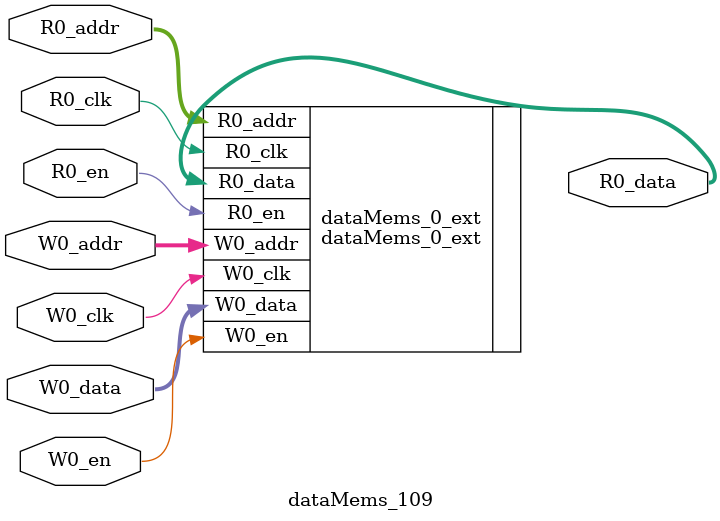
<source format=sv>
`ifndef RANDOMIZE
  `ifdef RANDOMIZE_REG_INIT
    `define RANDOMIZE
  `endif // RANDOMIZE_REG_INIT
`endif // not def RANDOMIZE
`ifndef RANDOMIZE
  `ifdef RANDOMIZE_MEM_INIT
    `define RANDOMIZE
  `endif // RANDOMIZE_MEM_INIT
`endif // not def RANDOMIZE

`ifndef RANDOM
  `define RANDOM $random
`endif // not def RANDOM

// Users can define 'PRINTF_COND' to add an extra gate to prints.
`ifndef PRINTF_COND_
  `ifdef PRINTF_COND
    `define PRINTF_COND_ (`PRINTF_COND)
  `else  // PRINTF_COND
    `define PRINTF_COND_ 1
  `endif // PRINTF_COND
`endif // not def PRINTF_COND_

// Users can define 'ASSERT_VERBOSE_COND' to add an extra gate to assert error printing.
`ifndef ASSERT_VERBOSE_COND_
  `ifdef ASSERT_VERBOSE_COND
    `define ASSERT_VERBOSE_COND_ (`ASSERT_VERBOSE_COND)
  `else  // ASSERT_VERBOSE_COND
    `define ASSERT_VERBOSE_COND_ 1
  `endif // ASSERT_VERBOSE_COND
`endif // not def ASSERT_VERBOSE_COND_

// Users can define 'STOP_COND' to add an extra gate to stop conditions.
`ifndef STOP_COND_
  `ifdef STOP_COND
    `define STOP_COND_ (`STOP_COND)
  `else  // STOP_COND
    `define STOP_COND_ 1
  `endif // STOP_COND
`endif // not def STOP_COND_

// Users can define INIT_RANDOM as general code that gets injected into the
// initializer block for modules with registers.
`ifndef INIT_RANDOM
  `define INIT_RANDOM
`endif // not def INIT_RANDOM

// If using random initialization, you can also define RANDOMIZE_DELAY to
// customize the delay used, otherwise 0.002 is used.
`ifndef RANDOMIZE_DELAY
  `define RANDOMIZE_DELAY 0.002
`endif // not def RANDOMIZE_DELAY

// Define INIT_RANDOM_PROLOG_ for use in our modules below.
`ifndef INIT_RANDOM_PROLOG_
  `ifdef RANDOMIZE
    `ifdef VERILATOR
      `define INIT_RANDOM_PROLOG_ `INIT_RANDOM
    `else  // VERILATOR
      `define INIT_RANDOM_PROLOG_ `INIT_RANDOM #`RANDOMIZE_DELAY begin end
    `endif // VERILATOR
  `else  // RANDOMIZE
    `define INIT_RANDOM_PROLOG_
  `endif // RANDOMIZE
`endif // not def INIT_RANDOM_PROLOG_

// Include register initializers in init blocks unless synthesis is set
`ifndef SYNTHESIS
  `ifndef ENABLE_INITIAL_REG_
    `define ENABLE_INITIAL_REG_
  `endif // not def ENABLE_INITIAL_REG_
`endif // not def SYNTHESIS

// Include rmemory initializers in init blocks unless synthesis is set
`ifndef SYNTHESIS
  `ifndef ENABLE_INITIAL_MEM_
    `define ENABLE_INITIAL_MEM_
  `endif // not def ENABLE_INITIAL_MEM_
`endif // not def SYNTHESIS

module dataMems_109(	// @[generators/ara/src/main/scala/UnsafeAXI4ToTL.scala:365:62]
  input  [4:0]  R0_addr,
  input         R0_en,
  input         R0_clk,
  output [66:0] R0_data,
  input  [4:0]  W0_addr,
  input         W0_en,
  input         W0_clk,
  input  [66:0] W0_data
);

  dataMems_0_ext dataMems_0_ext (	// @[generators/ara/src/main/scala/UnsafeAXI4ToTL.scala:365:62]
    .R0_addr (R0_addr),
    .R0_en   (R0_en),
    .R0_clk  (R0_clk),
    .R0_data (R0_data),
    .W0_addr (W0_addr),
    .W0_en   (W0_en),
    .W0_clk  (W0_clk),
    .W0_data (W0_data)
  );
endmodule


</source>
